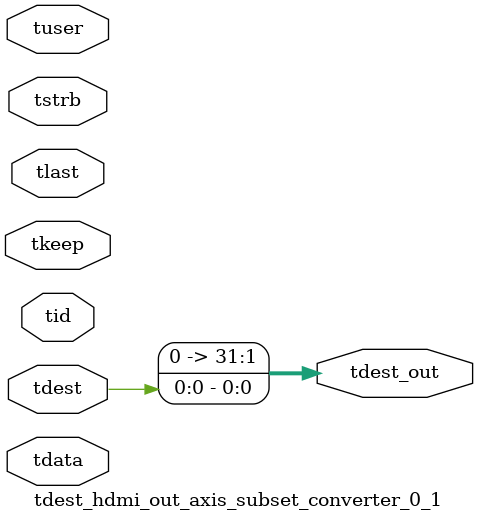
<source format=v>


`timescale 1ps/1ps

module tdest_hdmi_out_axis_subset_converter_0_1 #
(
parameter C_S_AXIS_TDATA_WIDTH = 32,
parameter C_S_AXIS_TUSER_WIDTH = 0,
parameter C_S_AXIS_TID_WIDTH   = 0,
parameter C_S_AXIS_TDEST_WIDTH = 0,
parameter C_M_AXIS_TDEST_WIDTH = 32
)
(
input  [(C_S_AXIS_TDATA_WIDTH == 0 ? 1 : C_S_AXIS_TDATA_WIDTH)-1:0     ] tdata,
input  [(C_S_AXIS_TUSER_WIDTH == 0 ? 1 : C_S_AXIS_TUSER_WIDTH)-1:0     ] tuser,
input  [(C_S_AXIS_TID_WIDTH   == 0 ? 1 : C_S_AXIS_TID_WIDTH)-1:0       ] tid,
input  [(C_S_AXIS_TDEST_WIDTH == 0 ? 1 : C_S_AXIS_TDEST_WIDTH)-1:0     ] tdest,
input  [(C_S_AXIS_TDATA_WIDTH/8)-1:0 ] tkeep,
input  [(C_S_AXIS_TDATA_WIDTH/8)-1:0 ] tstrb,
input                                                                    tlast,
output [C_M_AXIS_TDEST_WIDTH-1:0] tdest_out
);

assign tdest_out = {tdest[0:0]};

endmodule


</source>
